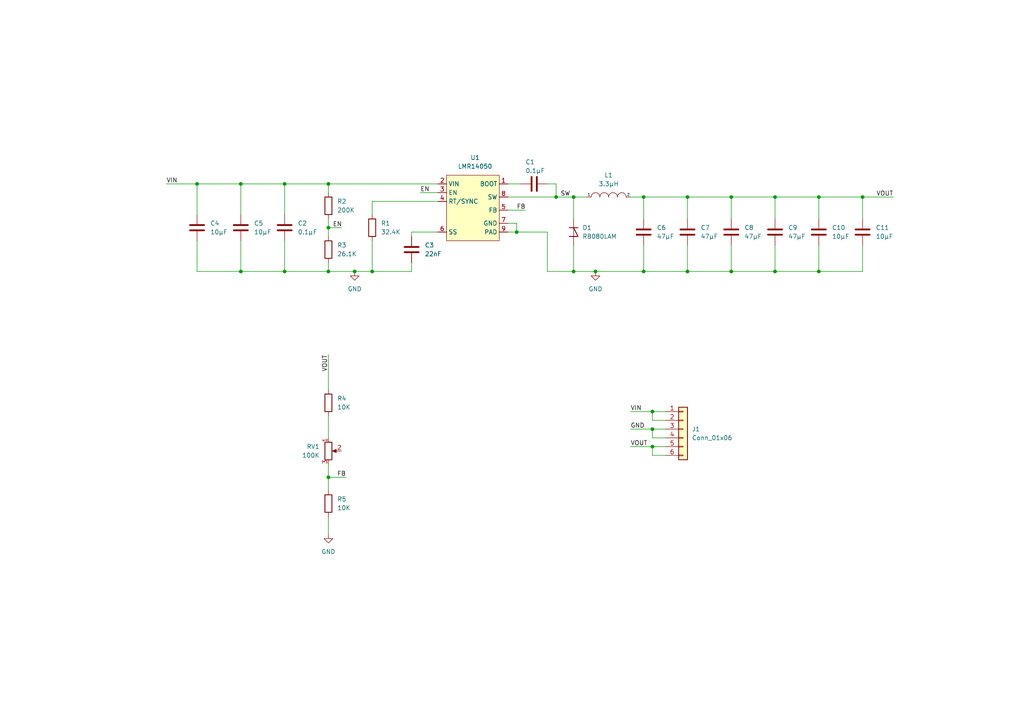
<source format=kicad_sch>
(kicad_sch (version 20211123) (generator eeschema)
  (paper "A4")
  (title_block (title "LMR14050_DCDC_Converter") (date "2023-03-13") (company "@qwerty11__"))
  (lib_symbols
    (symbol "Connector_Generic:Conn_01x06" (pin_names (offset 1.016) hide)
      (property "Reference" "J" (at 0 7.62 0))
      (property "Value" "Conn_01x06" (at 0 -10.16 0))
      (symbol "Conn_01x06_1_1"
        (rectangle (start -1.27 -7.493) (end 0 -7.747) (stroke (width 0.1524)))
        (rectangle (start -1.27 -4.953) (end 0 -5.207) (stroke (width 0.1524)))
        (rectangle (start -1.27 -2.413) (end 0 -2.667) (stroke (width 0.1524)))
        (rectangle (start -1.27 0.127) (end 0 -0.127) (stroke (width 0.1524)))
        (rectangle (start -1.27 2.667) (end 0 2.413) (stroke (width 0.1524)))
        (rectangle (start -1.27 5.207) (end 0 4.953) (stroke (width 0.1524)))
        (rectangle (start -1.27 6.35) (end 1.27 -8.89) (stroke (width 0.254)) (fill (type background)))
        (pin passive line (at -5.08 5.08 0) (length 3.81) (name "Pin_1") (number "1"))
        (pin passive line (at -5.08 2.54 0) (length 3.81) (name "Pin_2") (number "2"))
        (pin passive line (at -5.08 0 0) (length 3.81) (name "Pin_3") (number "3"))
        (pin passive line (at -5.08 -2.54 0) (length 3.81) (name "Pin_4") (number "4"))
        (pin passive line (at -5.08 -5.08 0) (length 3.81) (name "Pin_5") (number "5"))
        (pin passive line (at -5.08 -7.62 0) (length 3.81) (name "Pin_6") (number "6"))
      )
    )
    (symbol "Device:C" (pin_numbers hide) (pin_names (offset 0.254))
      (property "Reference" "C" (at 0.635 2.54 0))
      (property "Value" "C" (at 0.635 -2.54 0))
      (symbol "C_0_1"
        (polyline (pts (xy -2.032 -0.762) (xy 2.032 -0.762)) (stroke (width 0.508)))
        (polyline (pts (xy -2.032 0.762) (xy 2.032 0.762)) (stroke (width 0.508)))
      )
      (symbol "C_1_1"
        (pin passive line (at 0 3.81 270) (length 2.794) (name "~") (number "1"))
        (pin passive line (at 0 -3.81 90) (length 2.794) (name "~") (number "2"))
      )
    )
    (symbol "Device:D_Shockley" (pin_numbers hide) (pin_names (offset 1.016) hide)
      (property "Reference" "D" (at 0 2.54 0))
      (property "Value" "D_Shockley" (at 0 -2.54 0))
      (symbol "D_Shockley_0_1"
        (polyline (pts (xy -1.27 0) (xy 1.27 0)))
        (polyline (pts (xy -1.27 1.27) (xy -1.27 -1.27)) (stroke (width 0.254)))
        (polyline (pts (xy -1.27 0) (xy 1.27 1.27) (xy 1.27 -1.27)) (stroke (width 0.254)))
      )
      (symbol "D_Shockley_1_1"
        (pin passive line (at -3.81 0 0) (length 2.54) (name "K") (number "1"))
        (pin passive line (at 3.81 0 180) (length 2.54) (name "A") (number "2"))
      )
    )
    (symbol "Device:R" (pin_numbers hide) (pin_names (offset 0))
      (property "Reference" "R" (at 2.032 0 90))
      (property "Value" "R" (at 0 0 90))
      (symbol "R_0_1"
        (rectangle (start -1.016 -2.54) (end 1.016 2.54) (stroke (width 0.254)))
      )
      (symbol "R_1_1"
        (pin passive line (at 0 3.81 270) (length 1.27) (name "~") (number "1"))
        (pin passive line (at 0 -3.81 90) (length 1.27) (name "~") (number "2"))
      )
    )
    (symbol "Device:R_Potentiometer" (pin_names (offset 1.016) hide)
      (property "Reference" "RV" (at -4.445 0 90))
      (property "Value" "R_Potentiometer" (at -2.54 0 90))
      (symbol "R_Potentiometer_0_1"
        (polyline (pts (xy 2.54 0) (xy 1.524 0)))
        (polyline (pts (xy 1.143 0) (xy 2.286 0.508) (xy 2.286 -0.508) (xy 1.143 0)) (fill (type outline)))
        (rectangle (start 1.016 2.54) (end -1.016 -2.54) (stroke (width 0.254)))
      )
      (symbol "R_Potentiometer_1_1"
        (pin passive line (at 0 3.81 270) (length 1.27) (name "1") (number "1"))
        (pin passive line (at 3.81 0 180) (length 1.27) (name "2") (number "2"))
        (pin passive line (at 0 -3.81 90) (length 1.27) (name "3") (number "3"))
      )
    )
    (symbol "library:LMR14050"
      (property "Reference" "U" (at 0 13.97 0))
      (property "Value" "LMR14050" (at 0 11.43 0))
      (symbol "LMR14050_0_1"
        (rectangle (start -7.62 -7.62) (end -7.62 -7.62))
        (polyline (pts (xy -6.35 10.16) (xy -6.35 10.16)))
        (polyline (pts (xy 8.89 10.16) (xy 8.89 10.16)))
        (rectangle (start 7.62 10.16) (end -7.62 -8.89) (fill (type background)))
      )
      (symbol "LMR14050_1_1"
        (pin output line (at 10.16 7.62 180) (length 2.54) (name "BOOT") (number "1"))
        (pin power_in line (at -10.16 7.62 0) (length 2.54) (name "VIN") (number "2"))
        (pin input line (at -10.16 5.08 0) (length 2.54) (name "EN") (number "3"))
        (pin input line (at -10.16 2.54 0) (length 2.54) (name "RT/SYNC") (number "4"))
        (pin input line (at 10.16 0 180) (length 2.54) (name "FB") (number "5"))
        (pin input line (at -10.16 -6.35 0) (length 2.54) (name "SS") (number "6"))
        (pin unspecified line (at 10.16 -3.81 180) (length 2.54) (name "GND") (number "7"))
        (pin power_out line (at 10.16 3.81 180) (length 2.54) (name "SW") (number "8"))
        (pin unspecified line (at 10.16 -6.35 180) (length 2.54) (name "PAD") (number "9"))
      )
    )
    (symbol "power:GND" (power) (pin_names (offset 0))
      (property "Value" "GND" (at 0 -3.81 0))
      (symbol "GND_0_1"
        (polyline (pts (xy 0 0) (xy 0 -1.27) (xy 1.27 -1.27) (xy 0 -2.54) (xy -1.27 -1.27) (xy 0 -1.27)))
      )
      (symbol "GND_1_1"
        (pin power_in line (at 0 0 270) (length 0) hide (name "GND") (number "1"))
      )
    )
    (symbol "pspice:INDUCTOR" (pin_numbers hide) (pin_names (offset 0))
      (property "Reference" "L" (at 0 2.54 0))
      (property "Value" "INDUCTOR" (at 0 -1.27 0))
      (symbol "INDUCTOR_0_1"
        (arc (start -2.54 0) (mid -3.81 1.27) (end -5.08 0))
        (arc (start 0 0) (mid -1.27 1.27) (end -2.54 0))
        (arc (start 2.54 0) (mid 1.27 1.27) (end 0 0))
        (arc (start 5.08 0) (mid 3.81 1.27) (end 2.54 0))
      )
      (symbol "INDUCTOR_1_1"
        (pin input line (at -6.35 0 0) (length 1.27) (name "1") (number "1"))
        (pin input line (at 6.35 0 180) (length 1.27) (name "2") (number "2"))
      )
    )
  )
  (junction (at 172.72 78.74))
  (junction (at 161.29 57.15))
  (junction (at 186.69 57.15))
  (junction (at 237.49 57.15))
  (junction (at 212.09 57.15))
  (junction (at 199.39 57.15))
  (junction (at 102.87 78.74))
  (junction (at 149.86 67.31))
  (junction (at 212.09 78.74))
  (junction (at 69.85 53.34))
  (junction (at 95.25 53.34))
  (junction (at 250.19 57.15))
  (junction (at 166.37 57.15))
  (junction (at 189.23 119.38))
  (junction (at 95.25 138.43))
  (junction (at 95.25 66.04))
  (junction (at 69.85 78.74))
  (junction (at 189.23 129.54))
  (junction (at 95.25 78.74))
  (junction (at 224.79 57.15))
  (junction (at 166.37 78.74))
  (junction (at 199.39 78.74))
  (junction (at 82.55 53.34))
  (junction (at 107.95 78.74))
  (junction (at 224.79 78.74))
  (junction (at 186.69 78.74))
  (junction (at 82.55 78.74))
  (junction (at 57.15 53.34))
  (junction (at 189.23 124.46))
  (junction (at 237.49 78.74))
  (wire (pts (xy 57.15 78.74) (xy 69.85 78.74)))
  (wire (pts (xy 186.69 57.15) (xy 186.69 63.5)))
  (wire (pts (xy 69.85 78.74) (xy 82.55 78.74)))
  (wire (pts (xy 95.25 66.04) (xy 99.06 66.04)))
  (wire (pts (xy 158.75 78.74) (xy 166.37 78.74)))
  (wire (pts (xy 193.04 124.46) (xy 189.23 124.46)))
  (wire (pts (xy 212.09 71.12) (xy 212.09 78.74)))
  (wire (pts (xy 95.25 134.62) (xy 95.25 138.43)))
  (wire (pts (xy 127 67.31) (xy 119.38 67.31)))
  (wire (pts (xy 199.39 78.74) (xy 186.69 78.74)))
  (wire (pts (xy 224.79 78.74) (xy 212.09 78.74)))
  (wire (pts (xy 166.37 78.74) (xy 166.37 71.12)))
  (wire (pts (xy 95.25 66.04) (xy 95.25 68.58)))
  (wire (pts (xy 82.55 53.34) (xy 95.25 53.34)))
  (wire (pts (xy 95.25 138.43) (xy 95.25 142.24)))
  (wire (pts (xy 237.49 78.74) (xy 224.79 78.74)))
  (wire (pts (xy 107.95 62.23) (xy 107.95 58.42)))
  (wire (pts (xy 199.39 71.12) (xy 199.39 78.74)))
  (wire (pts (xy 189.23 129.54) (xy 193.04 129.54)))
  (wire (pts (xy 95.25 138.43) (xy 100.33 138.43)))
  (wire (pts (xy 189.23 121.92) (xy 193.04 121.92)))
  (wire (pts (xy 212.09 57.15) (xy 224.79 57.15)))
  (wire (pts (xy 95.25 53.34) (xy 127 53.34)))
  (wire (pts (xy 48.26 53.34) (xy 57.15 53.34)))
  (wire (pts (xy 107.95 58.42) (xy 127 58.42)))
  (wire (pts (xy 250.19 57.15) (xy 250.19 63.5)))
  (wire (pts (xy 119.38 67.31) (xy 119.38 68.58)))
  (wire (pts (xy 199.39 57.15) (xy 212.09 57.15)))
  (wire (pts (xy 149.86 67.31) (xy 149.86 64.77)))
  (wire (pts (xy 182.88 119.38) (xy 189.23 119.38)))
  (wire (pts (xy 250.19 71.12) (xy 250.19 78.74)))
  (wire (pts (xy 147.32 60.96) (xy 152.4 60.96)))
  (wire (pts (xy 149.86 64.77) (xy 147.32 64.77)))
  (wire (pts (xy 182.88 57.15) (xy 186.69 57.15)))
  (wire (pts (xy 82.55 78.74) (xy 95.25 78.74)))
  (wire (pts (xy 102.87 78.74) (xy 107.95 78.74)))
  (wire (pts (xy 250.19 57.15) (xy 259.08 57.15)))
  (wire (pts (xy 107.95 78.74) (xy 107.95 69.85)))
  (wire (pts (xy 95.25 76.2) (xy 95.25 78.74)))
  (wire (pts (xy 166.37 57.15) (xy 166.37 63.5)))
  (wire (pts (xy 95.25 53.34) (xy 95.25 55.88)))
  (wire (pts (xy 186.69 57.15) (xy 199.39 57.15)))
  (wire (pts (xy 95.25 120.65) (xy 95.25 127)))
  (wire (pts (xy 237.49 71.12) (xy 237.49 78.74)))
  (wire (pts (xy 147.32 57.15) (xy 161.29 57.15)))
  (wire (pts (xy 95.25 102.87) (xy 95.25 113.03)))
  (wire (pts (xy 199.39 57.15) (xy 199.39 63.5)))
  (wire (pts (xy 121.92 55.88) (xy 127 55.88)))
  (wire (pts (xy 237.49 57.15) (xy 237.49 63.5)))
  (wire (pts (xy 82.55 69.85) (xy 82.55 78.74)))
  (wire (pts (xy 182.88 129.54) (xy 189.23 129.54)))
  (wire (pts (xy 57.15 53.34) (xy 69.85 53.34)))
  (wire (pts (xy 95.25 149.86) (xy 95.25 154.94)))
  (wire (pts (xy 69.85 53.34) (xy 69.85 62.23)))
  (wire (pts (xy 186.69 71.12) (xy 186.69 78.74)))
  (wire (pts (xy 224.79 71.12) (xy 224.79 78.74)))
  (wire (pts (xy 224.79 57.15) (xy 224.79 63.5)))
  (wire (pts (xy 69.85 69.85) (xy 69.85 78.74)))
  (wire (pts (xy 212.09 57.15) (xy 212.09 63.5)))
  (wire (pts (xy 82.55 53.34) (xy 82.55 62.23)))
  (wire (pts (xy 95.25 78.74) (xy 102.87 78.74)))
  (wire (pts (xy 57.15 69.85) (xy 57.15 78.74)))
  (wire (pts (xy 166.37 57.15) (xy 170.18 57.15)))
  (wire (pts (xy 189.23 119.38) (xy 189.23 121.92)))
  (wire (pts (xy 250.19 78.74) (xy 237.49 78.74)))
  (wire (pts (xy 161.29 53.34) (xy 161.29 57.15)))
  (wire (pts (xy 212.09 78.74) (xy 199.39 78.74)))
  (wire (pts (xy 158.75 53.34) (xy 161.29 53.34)))
  (wire (pts (xy 82.55 53.34) (xy 69.85 53.34)))
  (wire (pts (xy 119.38 78.74) (xy 107.95 78.74)))
  (wire (pts (xy 189.23 124.46) (xy 189.23 127)))
  (wire (pts (xy 193.04 119.38) (xy 189.23 119.38)))
  (wire (pts (xy 172.72 78.74) (xy 166.37 78.74)))
  (wire (pts (xy 161.29 57.15) (xy 166.37 57.15)))
  (wire (pts (xy 189.23 127) (xy 193.04 127)))
  (wire (pts (xy 95.25 63.5) (xy 95.25 66.04)))
  (wire (pts (xy 189.23 129.54) (xy 189.23 132.08)))
  (wire (pts (xy 147.32 53.34) (xy 151.13 53.34)))
  (wire (pts (xy 224.79 57.15) (xy 237.49 57.15)))
  (wire (pts (xy 186.69 78.74) (xy 172.72 78.74)))
  (wire (pts (xy 182.88 124.46) (xy 189.23 124.46)))
  (wire (pts (xy 158.75 67.31) (xy 158.75 78.74)))
  (wire (pts (xy 189.23 132.08) (xy 193.04 132.08)))
  (wire (pts (xy 149.86 67.31) (xy 158.75 67.31)))
  (wire (pts (xy 147.32 67.31) (xy 149.86 67.31)))
  (wire (pts (xy 237.49 57.15) (xy 250.19 57.15)))
  (wire (pts (xy 119.38 76.2) (xy 119.38 78.74)))
  (wire (pts (xy 57.15 53.34) (xy 57.15 62.23)))
  (label "FB" (at 100.33 138.43 180))
  (label "VOUT" (at 182.88 129.54 0))
  (label "VOUT" (at 95.25 102.87 270))
  (label "VIN" (at 48.26 53.34 0))
  (label "VIN" (at 182.88 119.38 0))
  (label "EN" (at 96.52 66.04 0))
  (label "VOUT" (at 259.08 57.15 180))
  (label "EN" (at 121.92 55.88 0))
  (label "FB" (at 149.86 60.96 0))
  (label "GND" (at 182.88 124.46 0))
  (label "SW" (at 162.56 57.15 0))
  (symbol (lib_id "power:GND") (at 172.72 78.74 0) (unit 1)
    (property "Reference" "#PWR0101" (effects hide))
    (property "Value" "GND" (at 172.72 83.82 0))
  )
  (symbol (lib_id "Connector_Generic:Conn_01x06") (at 198.12 124.46 0) (unit 1)
    (property "Reference" "J1" (at 200.66 124.4599 0) (effects (justify left)))
    (property "Value" "Conn_01x06" (at 200.66 126.9999 0) (effects (justify left)))
    (property "Footprint" "Connector_PinHeader_2.54mm:PinHeader_1x06_P2.54mm_Vertical" (effects hide))
  )
  (symbol (lib_id "Device:C") (at 224.79 67.31 0) (unit 1)
    (property "Reference" "C9" (at 228.6 66.0399 0) (effects (justify left)))
    (property "Value" "47µF" (at 228.6 68.5799 0) (effects (justify left)))
    (property "Footprint" "Capacitor_SMD:C_1206_3216Metric" (effects hide))
  )
  (symbol (lib_id "Device:R") (at 107.95 66.04 0) (unit 1)
    (property "Reference" "R1" (at 110.49 64.7699 0) (effects (justify left)))
    (property "Value" "32.4K" (at 110.49 67.3099 0) (effects (justify left)))
    (property "Footprint" "Resistor_SMD:R_0402_1005Metric" (effects hide))
  )
  (symbol (lib_id "power:GND") (at 102.87 78.74 0) (unit 1)
    (property "Reference" "#PWR0102" (effects hide))
    (property "Value" "GND" (at 102.87 83.82 0))
  )
  (symbol (lib_id "Device:C") (at 186.69 67.31 0) (unit 1)
    (property "Reference" "C6" (at 190.5 66.0399 0) (effects (justify left)))
    (property "Value" "47µF" (at 190.5 68.5799 0) (effects (justify left)))
    (property "Footprint" "Capacitor_SMD:C_1206_3216Metric" (effects hide))
  )
  (symbol (lib_id "Device:R") (at 95.25 72.39 0) (unit 1)
    (property "Reference" "R3" (at 97.79 71.1199 0) (effects (justify left)))
    (property "Value" "26.1K" (at 97.79 73.6599 0) (effects (justify left)))
    (property "Footprint" "Resistor_SMD:R_0402_1005Metric" (effects hide))
  )
  (symbol (lib_id "Device:C") (at 154.94 53.34 90) (unit 1)
    (property "Reference" "C1" (at 152.4 46.99 90) (effects (justify right)))
    (property "Value" "0.1µF" (at 152.4 49.53 90) (effects (justify right)))
    (property "Footprint" "Capacitor_SMD:C_0402_1005Metric" (effects hide))
  )
  (symbol (lib_id "Device:C") (at 69.85 66.04 0) (unit 1)
    (property "Reference" "C5" (at 73.66 64.7699 0) (effects (justify left)))
    (property "Value" "10µF" (at 73.66 67.3099 0) (effects (justify left)))
    (property "Footprint" "Capacitor_SMD:C_1210_3225Metric" (effects hide))
  )
  (symbol (lib_id "Device:C") (at 82.55 66.04 0) (unit 1)
    (property "Reference" "C2" (at 86.36 64.7699 0) (effects (justify left)))
    (property "Value" "0.1µF" (at 86.36 67.3099 0) (effects (justify left)))
    (property "Footprint" "Capacitor_SMD:C_0402_1005Metric" (effects hide))
  )
  (symbol (lib_id "power:GND") (at 95.25 154.94 0) (unit 1)
    (property "Reference" "#PWR0103" (effects hide))
    (property "Value" "GND" (at 95.25 160.02 0))
  )
  (symbol (lib_id "Device:C") (at 57.15 66.04 0) (unit 1)
    (property "Reference" "C4" (at 60.96 64.7699 0) (effects (justify left)))
    (property "Value" "10µF" (at 60.96 67.3099 0) (effects (justify left)))
    (property "Footprint" "Capacitor_SMD:C_1210_3225Metric" (effects hide))
  )
  (symbol (lib_id "Device:R") (at 95.25 59.69 0) (unit 1)
    (property "Reference" "R2" (at 97.79 58.4199 0) (effects (justify left)))
    (property "Value" "200K" (at 97.79 60.9599 0) (effects (justify left)))
    (property "Footprint" "Resistor_SMD:R_0402_1005Metric" (effects hide))
  )
  (symbol (lib_id "library:LMR14050") (at 137.16 60.96 0) (unit 1)
    (property "Reference" "U1" (at 137.795 45.72 0))
    (property "Value" "LMR14050" (at 137.795 48.26 0))
    (property "Footprint" "Package_SO:HSOP-8-1EP_3.9x4.9mm_P1.27mm_EP2.41x3.1mm" (effects hide))
    (property "Datasheet" "https://www.ti.com/jp/lit/ds/symlink/lmr14050.pdf" (effects hide))
  )
  (symbol (lib_id "Device:D_Shockley") (at 166.37 67.31 270) (unit 1)
    (property "Reference" "D1" (at 168.91 66.0399 90) (effects (justify left)))
    (property "Value" "RB080LAM" (at 168.91 68.5799 90) (effects (justify left)))
    (property "Footprint" "Diode_SMD:D_SOD-128" (effects hide))
    (property "Datasheet" "https://datasheet.lcsc.com/lcsc/2011191404_Diodes-Incorporated-B550C-13-F_C134461.pdf" (effects hide))
  )
  (symbol (lib_id "Device:C") (at 237.49 67.31 0) (unit 1)
    (property "Reference" "C10" (at 241.3 66.0399 0) (effects (justify left)))
    (property "Value" "10µF" (at 241.3 68.5799 0) (effects (justify left)))
    (property "Footprint" "Capacitor_SMD:C_0805_2012Metric" (effects hide))
  )
  (symbol (lib_id "Device:R") (at 95.25 116.84 0) (unit 1)
    (property "Reference" "R4" (at 97.79 115.5699 0) (effects (justify left)))
    (property "Value" "10K" (at 97.79 118.1099 0) (effects (justify left)))
    (property "Footprint" "Resistor_SMD:R_0402_1005Metric" (effects hide))
  )
  (symbol (lib_id "Device:R_Potentiometer") (at 95.25 130.81 0) (unit 1)
    (property "Reference" "RV1" (at 92.71 129.5399 0) (effects (justify right)))
    (property "Value" "100K" (at 92.71 132.0799 0) (effects (justify right)))
    (property "Footprint" "Library:VG039NCHXT" (effects hide))
  )
  (symbol (lib_id "Device:C") (at 212.09 67.31 0) (unit 1)
    (property "Reference" "C8" (at 215.9 66.0399 0) (effects (justify left)))
    (property "Value" "47µF" (at 215.9 68.5799 0) (effects (justify left)))
    (property "Footprint" "Capacitor_SMD:C_1206_3216Metric" (effects hide))
  )
  (symbol (lib_id "Device:R") (at 95.25 146.05 0) (unit 1)
    (property "Reference" "R5" (at 97.79 144.7799 0) (effects (justify left)))
    (property "Value" "10K" (at 97.79 147.3199 0) (effects (justify left)))
    (property "Footprint" "Resistor_SMD:R_0402_1005Metric" (effects hide))
  )
  (symbol (lib_id "Device:C") (at 119.38 72.39 0) (unit 1)
    (property "Reference" "C3" (at 123.19 71.1199 0) (effects (justify left)))
    (property "Value" "22nF" (at 123.19 73.6599 0) (effects (justify left)))
    (property "Footprint" "Capacitor_SMD:C_0402_1005Metric" (effects hide))
  )
  (symbol (lib_id "pspice:INDUCTOR") (at 176.53 57.15 0) (unit 1)
    (property "Reference" "L1" (at 176.53 50.8 0))
    (property "Value" "3.3µH" (at 176.53 53.34 0))
    (property "Footprint" "Library:FXL0530" (effects hide))
  )
  (symbol (lib_id "Device:C") (at 199.39 67.31 0) (unit 1)
    (property "Reference" "C7" (at 203.2 66.0399 0) (effects (justify left)))
    (property "Value" "47µF" (at 203.2 68.5799 0) (effects (justify left)))
    (property "Footprint" "Capacitor_SMD:C_1206_3216Metric" (effects hide))
  )
  (symbol (lib_id "Device:C") (at 250.19 67.31 0) (unit 1)
    (property "Reference" "C11" (at 254 66.0399 0) (effects (justify left)))
    (property "Value" "10µF" (at 254 68.5799 0) (effects (justify left)))
    (property "Footprint" "Capacitor_SMD:C_0805_2012Metric" (effects hide))
  )
)
</source>
